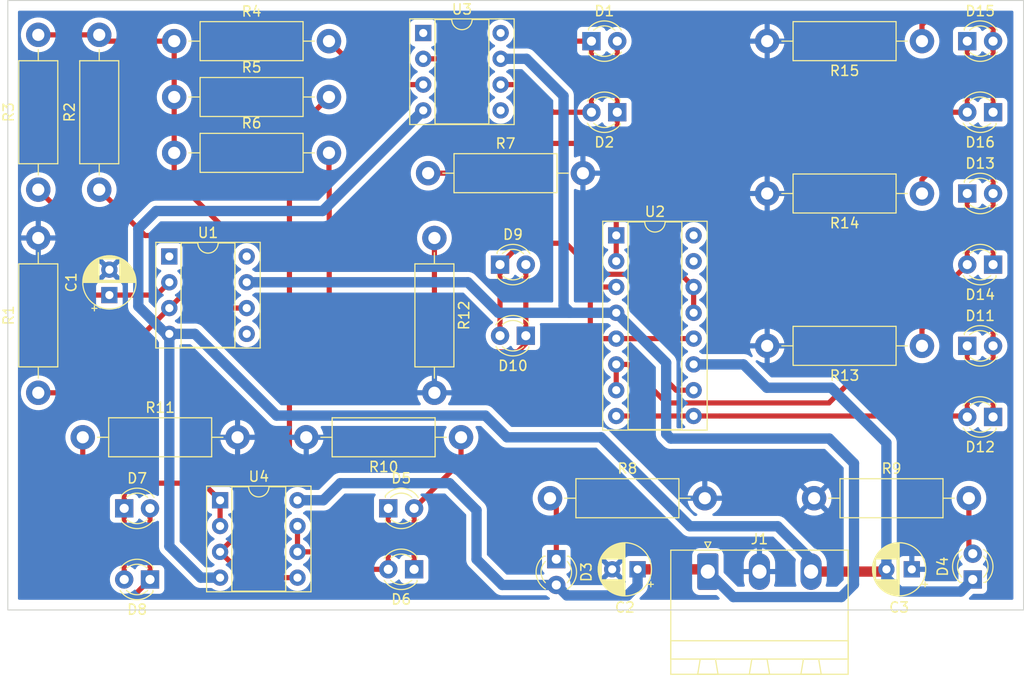
<source format=kicad_pcb>
(kicad_pcb (version 20211014) (generator pcbnew)
  (layers (0 "F.Cu" signal) (31 "B.Cu" signal) (34 "B.Paste" user) (35 "F.Paste" user) (36 "B.SilkS" user "B.Silkscreen") (37 "F.SilkS" user "F.Silkscreen") (38 "B.Mask" user) (39 "F.Mask" user) (44 "Edge.Cuts" user))
  (net 0 "")
  (net 1 "Net-(C1-Pad1)")
  (net 2 "GND")
  (net 3 "/5V_P")
  (net 4 "/5V_N")
  (net 5 "Net-(D1-Pad1)")
  (net 6 "Net-(D1-Pad2)")
  (net 7 "Net-(D3-Pad1)")
  (net 8 "Net-(D4-Pad2)")
  (net 9 "Net-(D5-Pad1)")
  (net 10 "Net-(D5-Pad2)")
  (net 11 "Net-(D7-Pad1)")
  (net 12 "Net-(D7-Pad2)")
  (net 13 "Net-(D10-Pad2)")
  (net 14 "Net-(D10-Pad1)")
  (net 15 "Net-(D11-Pad1)")
  (net 16 "Net-(D11-Pad2)")
  (net 17 "Net-(D13-Pad1)")
  (net 18 "Net-(D13-Pad2)")
  (net 19 "Net-(D15-Pad1)")
  (net 20 "Net-(D15-Pad2)")
  (net 21 "Net-(R1-Pad1)")
  (net 22 "Net-(R2-Pad2)")
  (net 23 "/DRV1")
  (net 24 "/DRV2")
  (net 25 "/DRV3")
  (footprint "Resistor_THT:R_Axial_DIN0411_L9.9mm_D3.6mm_P15.24mm_Horizontal" (layer "F.Cu") (at -98 -54.62 -90)
    (fp_text reference "R12" (at 7.62 -2.92 90) (layer "F.SilkS"))
    (fp_text value "3K3")
    (pad "1" thru_hole circle (at 0 0 270) (size 2.4 2.4) (drill 1.2) (layers *.Cu *.Mask) (net 14 "Net-(D10-Pad1)"))
    (pad "2" thru_hole oval (at 15.24 0 270) (size 2.4 2.4) (drill 1.2) (layers *.Cu *.Mask) (net 2 "GND"))
  )
  (footprint "Resistor_THT:R_Axial_DIN0411_L9.9mm_D3.6mm_P15.24mm_Horizontal" (layer "F.Cu") (at -132.62 -35)
    (fp_text reference "R11" (at 7.62 -2.92) (layer "F.SilkS"))
    (fp_text value "3K3")
    (pad "1" thru_hole circle (at 0 0) (size 2.4 2.4) (drill 1.2) (layers *.Cu *.Mask) (net 12 "Net-(D7-Pad2)"))
    (pad "2" thru_hole oval (at 15.24 0) (size 2.4 2.4) (drill 1.2) (layers *.Cu *.Mask) (net 2 "GND"))
  )
  (footprint "Capacitor_THT:CP_Radial_D5.0mm_P2.50mm" (layer "F.Cu") (at -51 -22 180)
    (fp_text reference "C3" (at 1.25 -3.75) (layer "F.SilkS"))
    (fp_text value "100n")
    (pad "1" thru_hole rect (at 0 0 180) (size 1.6 1.6) (drill 0.8) (layers *.Cu *.Mask) (net 2 "GND"))
    (pad "2" thru_hole circle (at 2.5 0 180) (size 1.6 1.6) (drill 0.8) (layers *.Cu *.Mask) (net 4 "/5V_N"))
  )
  (footprint "LED_THT:LED_D3.0mm" (layer "F.Cu") (at -43 -52 180)
    (fp_text reference "D14" (at 1.27 -2.96) (layer "F.SilkS"))
    (fp_text value "3mmY")
    (pad "1" thru_hole rect (at 0 0 180) (size 1.8 1.8) (drill 0.9) (layers *.Cu *.Mask) (net 18 "Net-(D13-Pad2)"))
    (pad "2" thru_hole circle (at 2.54 0 180) (size 1.8 1.8) (drill 0.9) (layers *.Cu *.Mask) (net 17 "Net-(D13-Pad1)"))
  )
  (footprint "LED_THT:LED_D3.0mm" (layer "F.Cu") (at -128.54 -28)
    (fp_text reference "D7" (at 1.27 -2.96) (layer "F.SilkS"))
    (fp_text value "3mmR")
    (pad "1" thru_hole rect (at 0 0) (size 1.8 1.8) (drill 0.9) (layers *.Cu *.Mask) (net 11 "Net-(D7-Pad1)"))
    (pad "2" thru_hole circle (at 2.54 0) (size 1.8 1.8) (drill 0.9) (layers *.Cu *.Mask) (net 12 "Net-(D7-Pad2)"))
  )
  (footprint "Resistor_THT:R_Axial_DIN0411_L9.9mm_D3.6mm_P15.24mm_Horizontal" (layer "F.Cu") (at -123.62 -68.5)
    (fp_text reference "R5" (at 7.62 -2.92) (layer "F.SilkS"))
    (fp_text value "10K")
    (pad "1" thru_hole circle (at 0 0) (size 2.4 2.4) (drill 1.2) (layers *.Cu *.Mask) (net 22 "Net-(R2-Pad2)"))
    (pad "2" thru_hole oval (at 15.24 0) (size 2.4 2.4) (drill 1.2) (layers *.Cu *.Mask) (net 24 "/DRV2"))
  )
  (footprint "Resistor_THT:R_Axial_DIN0411_L9.9mm_D3.6mm_P15.24mm_Horizontal" (layer "F.Cu") (at -137 -39.38 90)
    (fp_text reference "R1" (at 7.62 -2.92 90) (layer "F.SilkS"))
    (fp_text value "3K3")
    (pad "1" thru_hole circle (at 0 0 90) (size 2.4 2.4) (drill 1.2) (layers *.Cu *.Mask) (net 21 "Net-(R1-Pad1)"))
    (pad "2" thru_hole oval (at 15.24 0 90) (size 2.4 2.4) (drill 1.2) (layers *.Cu *.Mask) (net 2 "GND"))
  )
  (footprint "LED_THT:LED_D3.0mm" (layer "F.Cu") (at -43 -37 180)
    (fp_text reference "D12" (at 1.27 -2.96) (layer "F.SilkS"))
    (fp_text value "3mmY")
    (pad "1" thru_hole rect (at 0 0 180) (size 1.8 1.8) (drill 0.9) (layers *.Cu *.Mask) (net 16 "Net-(D11-Pad2)"))
    (pad "2" thru_hole circle (at 2.54 0 180) (size 1.8 1.8) (drill 0.9) (layers *.Cu *.Mask) (net 15 "Net-(D11-Pad1)"))
  )
  (footprint "LED_THT:LED_D3.0mm" (layer "F.Cu") (at -43 -67 180)
    (fp_text reference "D16" (at 1.27 -2.96) (layer "F.SilkS"))
    (fp_text value "3mmY")
    (pad "1" thru_hole rect (at 0 0 180) (size 1.8 1.8) (drill 0.9) (layers *.Cu *.Mask) (net 20 "Net-(D15-Pad2)"))
    (pad "2" thru_hole circle (at 2.54 0 180) (size 1.8 1.8) (drill 0.9) (layers *.Cu *.Mask) (net 19 "Net-(D15-Pad1)"))
  )
  (footprint "Package_DIP:DIP-16_W7.62mm_Socket" (layer "F.Cu") (at -80.1 -54.875)
    (fp_text reference "U2" (at 3.81 -2.33) (layer "F.SilkS"))
    (fp_text value "TL074")
    (pad "1" thru_hole rect (at 0 0) (size 1.6 1.6) (drill 0.8) (layers *.Cu *.Mask) (net 19 "Net-(D15-Pad1)"))
    (pad "2" thru_hole oval (at 0 2.54) (size 1.6 1.6) (drill 0.8) (layers *.Cu *.Mask) (net 19 "Net-(D15-Pad1)"))
    (pad "3" thru_hole oval (at 0 5.08) (size 1.6 1.6) (drill 0.8) (layers *.Cu *.Mask) (net 25 "/DRV3"))
    (pad "4" thru_hole oval (at 0 7.62) (size 1.6 1.6) (drill 0.8) (layers *.Cu *.Mask) (net 3 "/5V_P"))
    (pad "5" thru_hole oval (at 0 10.16) (size 1.6 1.6) (drill 0.8) (layers *.Cu *.Mask) (net 25 "/DRV3"))
    (pad "6" thru_hole oval (at 0 12.7) (size 1.6 1.6) (drill 0.8) (layers *.Cu *.Mask) (net 17 "Net-(D13-Pad1)"))
    (pad "7" thru_hole oval (at 0 15.24) (size 1.6 1.6) (drill 0.8) (layers *.Cu *.Mask) (net 17 "Net-(D13-Pad1)"))
    (pad "8" thru_hole oval (at 0 17.78) (size 1.6 1.6) (drill 0.8) (layers *.Cu *.Mask) (net 15 "Net-(D11-Pad1)"))
    (pad "9" thru_hole oval (at 7.62 17.78) (size 1.6 1.6) (drill 0.8) (layers *.Cu *.Mask) (net 15 "Net-(D11-Pad1)"))
    (pad "10" thru_hole oval (at 7.62 15.24) (size 1.6 1.6) (drill 0.8) (layers *.Cu *.Mask) (net 25 "/DRV3"))
    (pad "11" thru_hole oval (at 7.62 12.7) (size 1.6 1.6) (drill 0.8) (layers *.Cu *.Mask) (net 4 "/5V_N"))
    (pad "12" thru_hole oval (at 7.62 10.16) (size 1.6 1.6) (drill 0.8) (layers *.Cu *.Mask) (net 25 "/DRV3"))
    (pad "13" thru_hole oval (at 7.62 7.62) (size 1.6 1.6) (drill 0.8) (layers *.Cu *.Mask) (net 13 "Net-(D10-Pad2)"))
    (pad "14" thru_hole oval (at 7.62 5.08) (size 1.6 1.6) (drill 0.8) (layers *.Cu *.Mask) (net 13 "Net-(D10-Pad2)"))
    (pad "15" thru_hole oval (at 7.62 2.54) (size 1.6 1.6) (drill 0.8) (layers *.Cu *.Mask))
    (pad "16" thru_hole oval (at 7.62 0) (size 1.6 1.6) (drill 0.8) (layers *.Cu *.Mask))
  )
  (footprint "Resistor_THT:R_Axial_DIN0411_L9.9mm_D3.6mm_P15.24mm_Horizontal" (layer "F.Cu") (at -60.62 -29)
    (fp_text reference "R9" (at 7.62 -2.92) (layer "F.SilkS"))
    (fp_text value "3K9")
    (pad "1" thru_hole circle (at 0 0) (size 2.4 2.4) (drill 1.2) (layers *.Cu *.Mask) (net 2 "GND"))
    (pad "2" thru_hole oval (at 15.24 0) (size 2.4 2.4) (drill 1.2) (layers *.Cu *.Mask) (net 8 "Net-(D4-Pad2)"))
  )
  (footprint "LED_THT:LED_D3.0mm" (layer "F.Cu") (at -45.54 -74)
    (fp_text reference "D15" (at 1.27 -2.96) (layer "F.SilkS"))
    (fp_text value "3mmR")
    (pad "1" thru_hole rect (at 0 0) (size 1.8 1.8) (drill 0.9) (layers *.Cu *.Mask) (net 19 "Net-(D15-Pad1)"))
    (pad "2" thru_hole circle (at 2.54 0) (size 1.8 1.8) (drill 0.9) (layers *.Cu *.Mask) (net 20 "Net-(D15-Pad2)"))
  )
  (footprint "Package_DIP:DIP-8_W7.62mm_Socket" (layer "F.Cu") (at -124.1 -52.8)
    (fp_text reference "U1" (at 3.81 -2.33) (layer "F.SilkS"))
    (fp_text value "LF356")
    (pad "1" thru_hole rect (at 0 0) (size 1.6 1.6) (drill 0.8) (layers *.Cu *.Mask))
    (pad "2" thru_hole oval (at 0 2.54) (size 1.6 1.6) (drill 0.8) (layers *.Cu *.Mask) (net 1 "Net-(C1-Pad1)"))
    (pad "3" thru_hole oval (at 0 5.08) (size 1.6 1.6) (drill 0.8) (layers *.Cu *.Mask) (net 21 "Net-(R1-Pad1)"))
    (pad "4" thru_hole oval (at 0 7.62) (size 1.6 1.6) (drill 0.8) (layers *.Cu *.Mask) (net 4 "/5V_N"))
    (pad "5" thru_hole oval (at 7.62 7.62) (size 1.6 1.6) (drill 0.8) (layers *.Cu *.Mask))
    (pad "6" thru_hole oval (at 7.62 5.08) (size 1.6 1.6) (drill 0.8) (layers *.Cu *.Mask) (net 22 "Net-(R2-Pad2)"))
    (pad "7" thru_hole oval (at 7.62 2.54) (size 1.6 1.6) (drill 0.8) (layers *.Cu *.Mask) (net 3 "/5V_P"))
    (pad "8" thru_hole oval (at 7.62 0) (size 1.6 1.6) (drill 0.8) (layers *.Cu *.Mask))
  )
  (footprint "Resistor_THT:R_Axial_DIN0411_L9.9mm_D3.6mm_P15.24mm_Horizontal" (layer "F.Cu") (at -137 -59.38 90)
    (fp_text reference "R3" (at 7.62 -2.92 90) (layer "F.SilkS"))
    (fp_text value "100K")
    (pad "1" thru_hole circle (at 0 0 90) (size 2.4 2.4) (drill 1.2) (layers *.Cu *.Mask) (net 1 "Net-(C1-Pad1)"))
    (pad "2" thru_hole oval (at 15.24 0 90) (size 2.4 2.4) (drill 1.2) (layers *.Cu *.Mask) (net 22 "Net-(R2-Pad2)"))
  )
  (footprint "Resistor_THT:R_Axial_DIN0411_L9.9mm_D3.6mm_P15.24mm_Horizontal" (layer "F.Cu") (at -50 -74 180)
    (fp_text reference "R15" (at 7.62 -2.92) (layer "F.SilkS"))
    (fp_text value "3K3")
    (pad "1" thru_hole circle (at 0 0 180) (size 2.4 2.4) (drill 1.2) (layers *.Cu *.Mask) (net 20 "Net-(D15-Pad2)"))
    (pad "2" thru_hole oval (at 15.24 0 180) (size 2.4 2.4) (drill 1.2) (layers *.Cu *.Mask) (net 2 "GND"))
  )
  (footprint "Resistor_THT:R_Axial_DIN0411_L9.9mm_D3.6mm_P15.24mm_Horizontal" (layer "F.Cu") (at -86.62 -29)
    (fp_text reference "R8" (at 7.62 -2.92) (layer "F.SilkS"))
    (fp_text value "3K9")
    (pad "1" thru_hole circle (at 0 0) (size 2.4 2.4) (drill 1.2) (layers *.Cu *.Mask) (net 7 "Net-(D3-Pad1)"))
    (pad "2" thru_hole oval (at 15.24 0) (size 2.4 2.4) (drill 1.2) (layers *.Cu *.Mask) (net 2 "GND"))
  )
  (footprint "LED_THT:LED_D3.0mm" (layer "F.Cu") (at -100 -22 180)
    (fp_text reference "D6" (at 1.27 -2.96) (layer "F.SilkS"))
    (fp_text value "3mmY")
    (pad "1" thru_hole rect (at 0 0 180) (size 1.8 1.8) (drill 0.9) (layers *.Cu *.Mask) (net 10 "Net-(D5-Pad2)"))
    (pad "2" thru_hole circle (at 2.54 0 180) (size 1.8 1.8) (drill 0.9) (layers *.Cu *.Mask) (net 9 "Net-(D5-Pad1)"))
  )
  (footprint "Resistor_THT:R_Axial_DIN0411_L9.9mm_D3.6mm_P15.24mm_Horizontal" (layer "F.Cu") (at -131 -59.38 90)
    (fp_text reference "R2" (at 7.62 -2.92 90) (layer "F.SilkS"))
    (fp_text value "10K")
    (pad "1" thru_hole circle (at 0 0 90) (size 2.4 2.4) (drill 1.2) (layers *.Cu *.Mask) (net 21 "Net-(R1-Pad1)"))
    (pad "2" thru_hole oval (at 15.24 0 90) (size 2.4 2.4) (drill 1.2) (layers *.Cu *.Mask) (net 22 "Net-(R2-Pad2)"))
  )
  (footprint "Resistor_THT:R_Axial_DIN0411_L9.9mm_D3.6mm_P15.24mm_Horizontal" (layer "F.Cu") (at -50 -44 180)
    (fp_text reference "R13" (at 7.62 -2.92) (layer "F.SilkS"))
    (fp_text value "3K3")
    (pad "1" thru_hole circle (at 0 0 180) (size 2.4 2.4) (drill 1.2) (layers *.Cu *.Mask) (net 16 "Net-(D11-Pad2)"))
    (pad "2" thru_hole oval (at 15.24 0 180) (size 2.4 2.4) (drill 1.2) (layers *.Cu *.Mask) (net 2 "GND"))
  )
  (footprint "Resistor_THT:R_Axial_DIN0411_L9.9mm_D3.6mm_P15.24mm_Horizontal" (layer "F.Cu") (at -123.62 -63)
    (fp_text reference "R6" (at 7.62 -2.92) (layer "F.SilkS"))
    (fp_text value "10K")
    (pad "1" thru_hole circle (at 0 0) (size 2.4 2.4) (drill 1.2) (layers *.Cu *.Mask) (net 22 "Net-(R2-Pad2)"))
    (pad "2" thru_hole oval (at 15.24 0) (size 2.4 2.4) (drill 1.2) (layers *.Cu *.Mask) (net 25 "/DRV3"))
  )
  (footprint "Capacitor_THT:CP_Radial_D5.0mm_P2.50mm" (layer "F.Cu") (at -78 -22 180)
    (fp_text reference "C2" (at 1.25 -3.75) (layer "F.SilkS"))
    (fp_text value "100n")
    (pad "1" thru_hole rect (at 0 0 180) (size 1.6 1.6) (drill 0.8) (layers *.Cu *.Mask) (net 3 "/5V_P"))
    (pad "2" thru_hole circle (at 2.5 0 180) (size 1.6 1.6) (drill 0.8) (layers *.Cu *.Mask) (net 2 "GND"))
  )
  (footprint "LED_THT:LED_D3.0mm" (layer "F.Cu") (at -45.54 -44)
    (fp_text reference "D11" (at 1.27 -2.96) (layer "F.SilkS"))
    (fp_text value "3mmR")
    (pad "1" thru_hole rect (at 0 0) (size 1.8 1.8) (drill 0.9) (layers *.Cu *.Mask) (net 15 "Net-(D11-Pad1)"))
    (pad "2" thru_hole circle (at 2.54 0) (size 1.8 1.8) (drill 0.9) (layers *.Cu *.Mask) (net 16 "Net-(D11-Pad2)"))
  )
  (footprint "LED_THT:LED_D3.0mm" (layer "F.Cu") (at -45 -21 90)
    (fp_text reference "D4" (at 1.27 -2.96 90) (layer "F.SilkS"))
    (fp_text value "3mmR")
    (pad "1" thru_hole rect (at 0 0 90) (size 1.8 1.8) (drill 0.9) (layers *.Cu *.Mask) (net 4 "/5V_N"))
    (pad "2" thru_hole circle (at 2.54 0 90) (size 1.8 1.8) (drill 0.9) (layers *.Cu *.Mask) (net 8 "Net-(D4-Pad2)"))
  )
  (footprint "LED_THT:LED_D3.0mm" (layer "F.Cu") (at -89 -45 180)
    (fp_text reference "D10" (at 1.27 -2.96) (layer "F.SilkS"))
    (fp_text value "3mmY")
    (pad "1" thru_hole rect (at 0 0 180) (size 1.8 1.8) (drill 0.9) (layers *.Cu *.Mask) (net 14 "Net-(D10-Pad1)"))
    (pad "2" thru_hole circle (at 2.54 0 180) (size 1.8 1.8) (drill 0.9) (layers *.Cu *.Mask) (net 13 "Net-(D10-Pad2)"))
  )
  (footprint "Package_DIP:DIP-8_W7.62mm_Socket" (layer "F.Cu") (at -119.1 -28.8)
    (fp_text reference "U4" (at 3.81 -2.33) (layer "F.SilkS"))
    (fp_text value "TL072")
    (pad "1" thru_hole rect (at 0 0) (size 1.6 1.6) (drill 0.8) (layers *.Cu *.Mask) (net 11 "Net-(D7-Pad1)"))
    (pad "2" thru_hole oval (at 0 2.54) (size 1.6 1.6) (drill 0.8) (layers *.Cu *.Mask) (net 11 "Net-(D7-Pad1)"))
    (pad "3" thru_hole oval (at 0 5.08) (size 1.6 1.6) (drill 0.8) (layers *.Cu *.Mask) (net 24 "/DRV2"))
    (pad "4" thru_hole oval (at 0 7.62) (size 1.6 1.6) (drill 0.8) (layers *.Cu *.Mask) (net 4 "/5V_N"))
    (pad "5" thru_hole oval (at 7.62 7.62) (size 1.6 1.6) (drill 0.8) (layers *.Cu *.Mask) (net 24 "/DRV2"))
    (pad "6" thru_hole oval (at 7.62 5.08) (size 1.6 1.6) (drill 0.8) (layers *.Cu *.Mask) (net 9 "Net-(D5-Pad1)"))
    (pad "7" thru_hole oval (at 7.62 2.54) (size 1.6 1.6) (drill 0.8) (layers *.Cu *.Mask) (net 9 "Net-(D5-Pad1)"))
    (pad "8" thru_hole oval (at 7.62 0) (size 1.6 1.6) (drill 0.8) (layers *.Cu *.Mask) (net 3 "/5V_P"))
  )
  (footprint "LED_THT:LED_D3.0mm" (layer "F.Cu") (at -102.54 -28)
    (fp_text reference "D5" (at 1.27 -2.96) (layer "F.SilkS"))
    (fp_text value "3mmR")
    (pad "1" thru_hole rect (at 0 0) (size 1.8 1.8) (drill 0.9) (layers *.Cu *.Mask) (net 9 "Net-(D5-Pad1)"))
    (pad "2" thru_hole circle (at 2.54 0) (size 1.8 1.8) (drill 0.9) (layers *.Cu *.Mask) (net 10 "Net-(D5-Pad2)"))
  )
  (footprint "Capacitor_THT:CP_Radial_D5.0mm_P2.50mm" (layer "F.Cu") (at -130 -49 90)
    (fp_text reference "C1" (at 1.25 -3.75 90) (layer "F.SilkS"))
    (fp_text value "10u")
    (pad "1" thru_hole rect (at 0 0 90) (size 1.6 1.6) (drill 0.8) (layers *.Cu *.Mask) (net 1 "Net-(C1-Pad1)"))
    (pad "2" thru_hole circle (at 2.5 0 90) (size 1.6 1.6) (drill 0.8) (layers *.Cu *.Mask) (net 2 "GND"))
  )
  (footprint "Resistor_THT:R_Axial_DIN0411_L9.9mm_D3.6mm_P15.24mm_Horizontal" (layer "F.Cu") (at -95.38 -35 180)
    (fp_text reference "R10" (at 7.62 -2.92) (layer "F.SilkS"))
    (fp_text value "3K3")
    (pad "1" thru_hole circle (at 0 0 180) (size 2.4 2.4) (drill 1.2) (layers *.Cu *.Mask) (net 10 "Net-(D5-Pad2)"))
    (pad "2" thru_hole oval (at 15.24 0 180) (size 2.4 2.4) (drill 1.2) (layers *.Cu *.Mask) (net 2 "GND"))
  )
  (footprint "LED_THT:LED_D3.0mm" (layer "F.Cu") (at -126 -21 180)
    (fp_text reference "D8" (at 1.27 -2.96) (layer "F.SilkS"))
    (fp_text value "3mmY")
    (pad "1" thru_hole rect (at 0 0 180) (size 1.8 1.8) (drill 0.9) (layers *.Cu *.Mask) (net 12 "Net-(D7-Pad2)"))
    (pad "2" thru_hole circle (at 2.54 0 180) (size 1.8 1.8) (drill 0.9) (layers *.Cu *.Mask) (net 11 "Net-(D7-Pad1)"))
  )
  (footprint "LED_THT:LED_D3.0mm" (layer "F.Cu") (at -91.54 -52)
    (fp_text reference "D9" (at 1.27 -2.96) (layer "F.SilkS"))
    (fp_text value "3mmR")
    (pad "1" thru_hole rect (at 0 0) (size 1.8 1.8) (drill 0.9) (layers *.Cu *.Mask) (net 13 "Net-(D10-Pad2)"))
    (pad "2" thru_hole circle (at 2.54 0) (size 1.8 1.8) (drill 0.9) (layers *.Cu *.Mask) (net 14 "Net-(D10-Pad1)"))
  )
  (footprint "LED_THT:LED_D3.0mm" (layer "F.Cu") (at -86 -23 -90)
    (fp_text reference "D3" (at 1.27 -2.96 90) (layer "F.SilkS"))
    (fp_text value "3mmY")
    (pad "1" thru_hole rect (at 0 0 270) (size 1.8 1.8) (drill 0.9) (layers *.Cu *.Mask) (net 7 "Net-(D3-Pad1)"))
    (pad "2" thru_hole circle (at 2.54 0 270) (size 1.8 1.8) (drill 0.9) (layers *.Cu *.Mask) (net 3 "/5V_P"))
  )
  (footprint "LED_THT:LED_D3.0mm" (layer "F.Cu") (at -45.54 -59)
    (fp_text reference "D13" (at 1.27 -2.96) (layer "F.SilkS"))
    (fp_text value "3mmR")
    (pad "1" thru_hole rect (at 0 0) (size 1.8 1.8) (drill 0.9) (layers *.Cu *.Mask) (net 17 "Net-(D13-Pad1)"))
    (pad "2" thru_hole circle (at 2.54 0) (size 1.8 1.8) (drill 0.9) (layers *.Cu *.Mask) (net 18 "Net-(D13-Pad2)"))
  )
  (footprint "Resistor_THT:R_Axial_DIN0411_L9.9mm_D3.6mm_P15.24mm_Horizontal" (layer "F.Cu") (at -50 -59 180)
    (fp_text reference "R14" (at 7.62 -2.92) (layer "F.SilkS"))
    (fp_text value "3K3")
    (pad "1" thru_hole circle (at 0 0 180) (size 2.4 2.4) (drill 1.2) (layers *.Cu *.Mask) (net 18 "Net-(D13-Pad2)"))
    (pad "2" thru_hole oval (at 15.24 0 180) (size 2.4 2.4) (drill 1.2) (layers *.Cu *.Mask) (net 2 "GND"))
  )
  (footprint "LED_THT:LED_D3.0mm" (layer "F.Cu") (at -80 -67 180)
    (fp_text reference "D2" (at 1.27 -2.96) (layer "F.SilkS"))
    (fp_text value "3mmY")
    (pad "1" thru_hole rect (at 0 0 180) (size 1.8 1.8) (drill 0.9) (layers *.Cu *.Mask) (net 6 "Net-(D1-Pad2)"))
    (pad "2" thru_hole circle (at 2.54 0 180) (size 1.8 1.8) (drill 0.9) (layers *.Cu *.Mask) (net 5 "Net-(D1-Pad1)"))
  )
  (footprint "Resistor_THT:R_Axial_DIN0411_L9.9mm_D3.6mm_P15.24mm_Horizontal" (layer "F.Cu") (at -123.62 -74)
    (fp_text reference "R4" (at 7.62 -2.92) (layer "F.SilkS"))
    (fp_text value "10K")
    (pad "1" thru_hole circle (at 0 0) (size 2.4 2.4) (drill 1.2) (layers *.Cu *.Mask) (net 22 "Net-(R2-Pad2)"))
    (pad "2" thru_hole oval (at 15.24 0) (size 2.4 2.4) (drill 1.2) (layers *.Cu *.Mask) (net 23 "/DRV1"))
  )
  (footprint "Package_DIP:DIP-8_W7.62mm_Socket" (layer "F.Cu") (at -99.1 -74.8)
    (fp_text reference "U3" (at 3.81 -2.33) (layer "F.SilkS"))
    (fp_text value "TL071")
    (pad "1" thru_hole rect (at 0 0) (size 1.6 1.6) (drill 0.8) (layers *.Cu *.Mask))
    (pad "2" thru_hole oval (at 0 2.54) (size 1.6 1.6) (drill 0.8) (layers *.Cu *.Mask) (net 5 "Net-(D1-Pad1)"))
    (pad "3" thru_hole oval (at 0 5.08) (size 1.6 1.6) (drill 0.8) (layers *.Cu *.Mask) (net 23 "/DRV1"))
    (pad "4" thru_hole oval (at 0 7.62) (size 1.6 1.6) (drill 0.8) (layers *.Cu *.Mask) (net 4 "/5V_N"))
    (pad "5" thru_hole oval (at 7.62 7.62) (size 1.6 1.6) (drill 0.8) (layers *.Cu *.Mask))
    (pad "6" thru_hole oval (at 7.62 5.08) (size 1.6 1.6) (drill 0.8) (layers *.Cu *.Mask) (net 5 "Net-(D1-Pad1)"))
    (pad "7" thru_hole oval (at 7.62 2.54) (size 1.6 1.6) (drill 0.8) (layers *.Cu *.Mask) (net 3 "/5V_P"))
    (pad "8" thru_hole oval (at 7.62 0) (size 1.6 1.6) (drill 0.8) (layers *.Cu *.Mask))
  )
  (footprint "Connector_Phoenix_MSTB:PhoenixContact_MSTBA_2,5_3-G-5,08_1x03_P5.08mm_Horizontal" (layer "F.Cu") (at -71.08 -21.7775)
    (fp_text reference "J1" (at 5.08 -3.2) (layer "F.SilkS"))
    (fp_text value "Conn_01x03_Male")
    (pad "1" thru_hole roundrect (at 0 0) (size 2.08 3.6) (drill 1.4) (layers *.Cu *.Mask) (roundrect_rratio 0.120192) (net 3 "/5V_P"))
    (pad "2" thru_hole oval (at 5.08 0) (size 2.08 3.6) (drill 1.4) (layers *.Cu *.Mask) (net 2 "GND"))
    (pad "3" thru_hole oval (at 10.16 0) (size 2.08 3.6) (drill 1.4) (layers *.Cu *.Mask) (net 4 "/5V_N"))
  )
  (footprint "Resistor_THT:R_Axial_DIN0411_L9.9mm_D3.6mm_P15.24mm_Horizontal" (layer "F.Cu") (at -98.62 -61)
    (fp_text reference "R7" (at 7.62 -2.92) (layer "F.SilkS"))
    (fp_text value "3K3")
    (pad "1" thru_hole circle (at 0 0) (size 2.4 2.4) (drill 1.2) (layers *.Cu *.Mask) (net 6 "Net-(D1-Pad2)"))
    (pad "2" thru_hole oval (at 15.24 0) (size 2.4 2.4) (drill 1.2) (layers *.Cu *.Mask) (net 2 "GND"))
  )
  (footprint "LED_THT:LED_D3.0mm" (layer "F.Cu") (at -82.54 -74)
    (fp_text reference "D1" (at 1.27 -2.96) (layer "F.SilkS"))
    (fp_text value "3mmR")
    (pad "1" thru_hole rect (at 0 0) (size 1.8 1.8) (drill 0.9) (layers *.Cu *.Mask) (net 5 "Net-(D1-Pad1)"))
    (pad "2" thru_hole circle (at 2.54 0) (size 1.8 1.8) (drill 0.9) (layers *.Cu *.Mask) (net 6 "Net-(D1-Pad2)"))
  )
  (gr_rect (start -140 -18) (end -40 -78) (layer "Edge.Cuts") (width 0.1) (fill none))
  (segment (start -133.731 -56.111) (end -133.731 -50.292) (width 0.508) (layer "F.Cu") (net 1))
  (segment (start -137 -59.38) (end -133.731 -56.111) (width 0.508) (layer "F.Cu") (net 1))
  (segment (start -133.731 -50.292) (end -132.439 -49) (width 0.508) (layer "F.Cu") (net 1))
  (segment (start -125.36 -49) (end -124.1 -50.26) (width 0.508) (layer "F.Cu") (net 1))
  (segment (start -130 -49) (end -125.36 -49) (width 0.508) (layer "F.Cu") (net 1))
  (segment (start -132.439 -49) (end -130 -49) (width 0.508) (layer "F.Cu") (net 1))
  (segment (start -71.3025 -22) (end -71.08 -21.7775) (width 1.016) (layer "F.Cu") (net 3))
  (segment (start -78 -22) (end -71.3025 -22) (width 1.016) (layer "F.Cu") (net 3))
  (segment (start -78 -20.425) (end -78 -22) (width 1.016) (layer "B.Cu") (net 3))
  (segment (start -94.71 -50.26) (end -116.48 -50.26) (width 1.016) (layer "B.Cu") (net 3))
  (segment (start -56.6928 -20.5232) (end -57.94602 -19.26998) (width 1.016) (layer "B.Cu") (net 3))
  (segment (start -88.94 -72.26) (end -85.287511 -68.607511) (width 1.016) (layer "B.Cu") (net 3))
  (segment (start -68.57248 -19.26998) (end -71.08 -21.7775) (width 1.016) (layer "B.Cu") (net 3))
  (segment (start -91.705 -47.255) (end -94.71 -50.26) (width 1.016) (layer "B.Cu") (net 3))
  (segment (start -108.94 -28.8) (end -107.26 -30.48) (width 1.016) (layer "B.Cu") (net 3))
  (segment (start -107.26 -30.48) (end -96.52 -30.48) (width 1.016) (layer "B.Cu") (net 3))
  (segment (start -56.6928 -32.4358) (end -56.6928 -20.5232) (width 1.016) (layer "B.Cu") (net 3))
  (segment (start -80.1 -47.255) (end -75.184 -42.339) (width 1.016) (layer "B.Cu") (net 3))
  (segment (start -93.853 -22.987) (end -91.326 -20.46) (width 1.016) (layer "B.Cu") (net 3))
  (segment (start -86 -20.46) (end -85.992 -20.46) (width 1.016) (layer "B.Cu") (net 3))
  (segment (start -108.94 -28.8) (end -111.48 -28.8) (width 1.016) (layer "B.Cu") (net 3))
  (segment (start -75.184 -42.339) (end -75.184 -35.3314) (width 1.016) (layer "B.Cu") (net 3))
  (segment (start -84.963 -19.431) (end -78.994 -19.431) (width 1.016) (layer "B.Cu") (net 3))
  (segment (start -75.184 -35.3314) (end -74.7268 -34.8742) (width 1.016) (layer "B.Cu") (net 3))
  (segment (start -74.7268 -34.8742) (end -59.1312 -34.8742) (width 1.016) (layer "B.Cu") (net 3))
  (segment (start -78.994 -19.431) (end -78 -20.425) (width 1.016) (layer "B.Cu") (net 3))
  (segment (start -59.1312 -34.8742) (end -56.6928 -32.4358) (width 1.016) (layer "B.Cu") (net 3))
  (segment (start -85.287511 -68.607511) (end -85.287511 -47.949511) (width 1.016) (layer "B.Cu") (net 3))
  (segment (start -85.287511 -47.949511) (end -84.72 -47.382) (width 1.016) (layer "B.Cu") (net 3))
  (segment (start -88.94 -72.26) (end -91.48 -72.26) (width 1.016) (layer "B.Cu") (net 3))
  (segment (start -84.72 -47.255) (end -80.1 -47.255) (width 1.016) (layer "B.Cu") (net 3))
  (segment (start -91.326 -20.46) (end -86 -20.46) (width 1.016) (layer "B.Cu") (net 3))
  (segment (start -84.72 -47.255) (end -91.705 -47.255) (width 1.016) (layer "B.Cu") (net 3))
  (segment (start -96.52 -30.48) (end -93.853 -27.813) (width 1.016) (layer "B.Cu") (net 3))
  (segment (start -84.72 -47.382) (end -84.72 -47.255) (width 1.016) (layer "B.Cu") (net 3))
  (segment (start -57.94602 -19.26998) (end -68.57248 -19.26998) (width 1.016) (layer "B.Cu") (net 3))
  (segment (start -93.853 -27.813) (end -93.853 -22.987) (width 1.016) (layer "B.Cu") (net 3))
  (segment (start -85.992 -20.46) (end -84.963 -19.431) (width 1.016) (layer "B.Cu") (net 3))
  (segment (start -60.92 -21.7775) (end -53.7225 -21.7775) (width 1.016) (layer "F.Cu") (net 4))
  (segment (start -53.7225 -21.7775) (end -53.5 -22) (width 1.016) (layer "F.Cu") (net 4))
  (segment (start -127.1524 -47.9044) (end -124.428 -45.18) (width 1.016) (layer "B.Cu") (net 4))
  (segment (start -60.92 -21.7775) (end -60.92 -22.947) (width 1.016) (layer "B.Cu") (net 4))
  (segment (start -124.428 -45.18) (end -124.1 -45.18) (width 1.016) (layer "B.Cu") (net 4))
  (segment (start -46.188 -19.812) (end -45 -21) (width 1.016) (layer "B.Cu") (net 4))
  (segment (start -81.607511 -34.998511) (end -90.853111 -34.998511) (width 1.016) (layer "B.Cu") (net 4))
  (segment (start -124.1 -45.18) (end -124.1 -24.278) (width 1.016) (layer "B.Cu") (net 4))
  (segment (start -67.575 -42.175) (end -72.48 -42.175) (width 1.016) (layer "B.Cu") (net 4))
  (segment (start -53.5 -21.115) (end -52.197 -19.812) (width 1.016) (layer "B.Cu") (net 4))
  (segment (start -121.002 -21.18) (end -119.1 -21.18) (width 1.016) (layer "B.Cu") (net 4))
  (segment (start -99.1 -67.18) (end -109.003 -57.277) (width 1.016) (layer "B.Cu") (net 4))
  (segment (start -53.5 -22) (end -53.5 -21.115) (width 1.016) (layer "B.Cu") (net 4))
  (segment (start -121.5832 -45.18) (end -113.538 -37.1348) (width 1.016) (layer "B.Cu") (net 4))
  (segment (start -92.9894 -37.1348) (end -113.538 -37.1348) (width 1.016) (layer "B.Cu") (net 4))
  (segment (start -58.928 -39.878) (end -65.278 -39.878) (width 1.016) (layer "B.Cu") (net 4))
  (segment (start -109.003 -57.277) (end -125.3998 -57.277) (width 1.016) (layer "B.Cu") (net 4))
  (segment (start -124.1 -24.278) (end -121.002 -21.18) (width 1.016) (layer "B.Cu") (net 4))
  (segment (start -53.5 -34.45) (end -58.928 -39.878) (width 1.016) (layer "B.Cu") (net 4))
  (segment (start -127.1524 -55.5244) (end -127.1524 -47.9044) (width 1.016) (layer "B.Cu") (net 4))
  (segment (start -60.92 -22.947) (end -64.2112 -26.2382) (width 1.016) (layer "B.Cu") (net 4))
  (segment (start -124.1 -45.18) (end -121.5832 -45.18) (width 1.016) (layer "B.Cu") (net 4))
  (segment (start -52.197 -19.812) (end -46.188 -19.812) (width 1.016) (layer "B.Cu") (net 4))
  (segment (start -72.8472 -26.2382) (end -81.607511 -34.998511) (width 1.016) (layer "B.Cu") (net 4))
  (segment (start -125.3998 -57.277) (end -127.1524 -55.5244) (width 1.016) (layer "B.Cu") (net 4))
  (segment (start -65.278 -39.878) (end -67.575 -42.175) (width 1.016) (layer "B.Cu") (net 4))
  (segment (start -53.5 -22) (end -53.5 -34.45) (width 1.016) (layer "B.Cu") (net 4))
  (segment (start -64.2112 -26.2382) (end -72.8472 -26.2382) (width 1.016) (layer "B.Cu") (net 4))
  (segment (start -90.853111 -34.998511) (end -92.9894 -37.1348) (width 1.016) (layer "B.Cu") (net 4))
  (segment (start -96.9294 -72.26) (end -92.5576 -76.6318) (width 0.508) (layer "F.Cu") (net 5))
  (segment (start -86.4206 -74) (end -82.54 -74) (width 0.508) (layer "F.Cu") (net 5))
  (segment (start -92.5576 -76.6318) (end -89.0524 -76.6318) (width 0.508) (layer "F.Cu") (net 5))
  (segment (start -91.48 -69.72) (end -89.0494 -69.72) (width 0.508) (layer "F.Cu") (net 5))
  (segment (start -89.0524 -76.6318) (end -86.4206 -74) (width 0.508) (layer "F.Cu") (net 5))
  (segment (start -86.3294 -67) (end -82.54 -67) (width 0.508) (layer "F.Cu") (net 5))
  (segment (start -99.1 -72.26) (end -96.9294 -72.26) (width 0.508) (layer "F.Cu") (net 5))
  (segment (start -82.54 -74) (end -82.54 -67) (width 0.508) (layer "F.Cu") (net 5))
  (segment (start -89.0494 -69.72) (end -86.3294 -67) (width 0.508) (layer "F.Cu") (net 5))
  (segment (start -98.62 -61) (end -89.9268 -61) (width 0.508) (layer "F.Cu") (net 6))
  (segment (start -86.995 -63.9318) (end -80.645 -63.9318) (width 0.508) (layer "F.Cu") (net 6))
  (segment (start -89.9268 -61) (end -86.995 -63.9318) (width 0.508) (layer "F.Cu") (net 6))
  (segment (start -80 -64.5768) (end -80 -67) (width 0.508) (layer "F.Cu") (net 6))
  (segment (start -80.645 -63.9318) (end -80 -64.5768) (width 0.508) (layer "F.Cu") (net 6))
  (segment (start -80 -74) (end -80 -67) (width 0.508) (layer "F.Cu") (net 6))
  (segment (start -86 -23) (end -86 -28.38) (width 0.508) (layer "F.Cu") (net 7))
  (segment (start -86 -28.38) (end -86.62 -29) (width 0.508) (layer "F.Cu") (net 7))
  (segment (start -45.38 -29) (end -45.38 -23.92) (width 0.508) (layer "F.Cu") (net 8))
  (segment (start -45.38 -23.92) (end -45 -23.54) (width 0.508) (layer "F.Cu") (net 8))
  (segment (start -102.54 -22) (end -107.22 -22) (width 0.508) (layer "F.Cu") (net 9))
  (segment (start -102.54 -28) (end -102.54 -22) (width 0.508) (layer "F.Cu") (net 9))
  (segment (start -107.22 -22) (end -108.94 -23.72) (width 0.508) (layer "F.Cu") (net 9))
  (segment (start -111.48 -26.26) (end -111.48 -23.72) (width 0.508) (layer "F.Cu") (net 9))
  (segment (start -111.48 -23.72) (end -108.94 -23.72) (width 0.508) (layer "F.Cu") (net 9))
  (segment (start -95.38 -35) (end -95.38 -32.62) (width 0.508) (layer "F.Cu") (net 10))
  (segment (start -100 -28) (end -100 -22) (width 0.508) (layer "F.Cu") (net 10))
  (segment (start -95.38 -32.62) (end -100 -28) (width 0.508) (layer "F.Cu") (net 10))
  (segment (start -119.1 -28.8) (end -120.78 -30.48) (width 0.508) (layer "F.Cu") (net 11))
  (segment (start -127.508 -30.48) (end -128.54 -29.448) (width 0.508) (layer "F.Cu") (net 11))
  (segment (start -128.54 -28) (end -128.54 -21) (width 0.508) (layer "F.Cu") (net 11))
  (segment (start -119.1 -28.8) (end -119.1 -26.26) (width 0.508) (layer "F.Cu") (net 11))
  (segment (start -128.54 -29.448) (end -128.54 -28) (width 0.508) (layer "F.Cu") (net 11))
  (segment (start -120.78 -30.48) (end -127.508 -30.48) (width 0.508) (layer "F.Cu") (net 11))
  (segment (start -127.696 -19.304) (end -126 -21) (width 0.508) (layer "F.Cu") (net 12))
  (segment (start -126 -28) (end -126 -21) (width 0.508) (layer "F.Cu") (net 12))
  (segment (start -129.667 -19.304) (end -127.696 -19.304) (width 0.508) (layer "F.Cu") (net 12))
  (segment (start -132.62 -35) (end -132.62 -22.257) (width 0.508) (layer "F.Cu") (net 12))
  (segment (start -132.62 -22.257) (end -129.667 -19.304) (width 0.508) (layer "F.Cu") (net 12))
  (segment (start -82.011111 -51.048511) (end -73.733511 -51.048511) (width 0.508) (layer "F.Cu") (net 13))
  (segment (start -72.48 -47.255) (end -72.48 -49.795) (width 0.508) (layer "F.Cu") (net 13))
  (segment (start -89.438 -54.102) (end -85.0646 -54.102) (width 0.508) (layer "F.Cu") (net 13))
  (segment (start -73.733511 -51.048511) (end -72.48 -49.795) (width 0.508) (layer "F.Cu") (net 13))
  (segment (start -91.54 -52) (end -89.438 -54.102) (width 0.508) (layer "F.Cu") (net 13))
  (segment (start -91.54 -52) (end -91.54 -45) (width 0.508) (layer "F.Cu") (net 13))
  (segment (start -85.0646 -54.102) (end -82.011111 -51.048511) (width 0.508) (layer "F.Cu") (net 13))
  (segment (start -94.5642 -43.4086) (end -89.8144 -43.4086) (width 0.508) (layer "F.Cu") (net 14))
  (segment (start -98 -54.62) (end -98 -46.8444) (width 0.508) (layer "F.Cu") (net 14))
  (segment (start -89.8144 -43.4086) (end -89 -44.223) (width 0.508) (layer "F.Cu") (net 14))
  (segment (start -89 -52) (end -89 -45) (width 0.508) (layer "F.Cu") (net 14))
  (segment (start -98 -46.8444) (end -94.5642 -43.4086) (width 0.508) (layer "F.Cu") (net 14))
  (segment (start -89 -44.223) (end -89 -45) (width 0.508) (layer "F.Cu") (net 14))
  (segment (start -80.1 -37.095) (end -69.94 -37.095) (width 0.508) (layer "F.Cu") (net 15))
  (segment (start -45.635 -37.095) (end -45.54 -37) (width 0.508) (layer "F.Cu") (net 15))
  (segment (start -69.94 -37.095) (end -45.635 -37.095) (width 0.508) (layer "F.Cu") (net 15))
  (segment (start -45.54 -44) (end -45.54 -37) (width 0.508) (layer "F.Cu") (net 15))
  (segment (start -43 -44) (end -43 -37) (width 0.508) (layer "F.Cu") (net 16))
  (segment (start -49.0728 -46.609) (end -43.7388 -46.609) (width 0.508) (layer "F.Cu") (net 16))
  (segment (start -43 -45.8702) (end -43 -44) (width 0.508) (layer "F.Cu") (net 16))
  (segment (start -50 -45.6818) (end -49.0728 -46.609) (width 0.508) (layer "F.Cu") (net 16))
  (segment (start -43.7388 -46.609) (end -43 -45.8702) (width 0.508) (layer "F.Cu") (net 16))
  (segment (start -50 -44) (end -50 -45.6818) (width 0.508) (layer "F.Cu") (net 16))
  (segment (start -80.1 -42.175) (end -78.9542 -42.175) (width 0.508) (layer "F.Cu") (net 17))
  (segment (start -80.1 -42.175) (end -80.1 -39.635) (width 0.508) (layer "F.Cu") (net 17))
  (segment (start -78.9542 -42.175) (end -75.160689 -38.381489) (width 0.508) (layer "F.Cu") (net 17))
  (segment (start -45.54 -59) (end -45.54 -52) (width 0.508) (layer "F.Cu") (net 17))
  (segment (start -59.158511 -38.381489) (end -45.54 -52) (width 0.508) (layer "F.Cu") (net 17))
  (segment (start -75.160689 -38.381489) (end -59.158511 -38.381489) (width 0.508) (layer "F.Cu") (net 17))
  (segment (start -50 -59) (end -50 -60.3884) (width 0.508) (layer "F.Cu") (net 18))
  (segment (start -43.7134 -61.4426) (end -43 -60.7292) (width 0.508) (layer "F.Cu") (net 18))
  (segment (start -43 -59) (end -43 -52) (width 0.508) (layer "F.Cu") (net 18))
  (segment (start -43 -60.7292) (end -43 -59) (width 0.508) (layer "F.Cu") (net 18))
  (segment (start -50 -60.3884) (end -48.9458 -61.4426) (width 0.508) (layer "F.Cu") (net 18))
  (segment (start -48.9458 -61.4426) (end -43.7134 -61.4426) (width 0.508) (layer "F.Cu") (net 18))
  (segment (start -45.54 -74) (end -45.54 -67) (width 0.508) (layer "F.Cu") (net 19))
  (segment (start -80.1 -54.875) (end -80.1 -52.335) (width 0.508) (layer "F.Cu") (net 19))
  (segment (start -80.1 -54.875) (end -80.1 -58.965) (width 0.508) (layer "F.Cu") (net 19))
  (segment (start -72.065 -67) (end -45.54 -67) (width 0.508) (layer "F.Cu") (net 19))
  (segment (start -80.1 -58.965) (end -72.065 -67) (width 0.508) (layer "F.Cu") (net 19))
  (segment (start -43 -74) (end -43 -67) (width 0.508) (layer "F.Cu") (net 20))
  (segment (start -44.323 -76.454) (end -49.149 -76.454) (width 0.508) (layer "F.Cu") (net 20))
  (segment (start -49.149 -76.454) (end -50 -75.603) (width 0.508) (layer "F.Cu") (net 20))
  (segment (start -50 -75.603) (end -50 -74) (width 0.508) (layer "F.Cu") (net 20))
  (segment (start -43 -75.131) (end -44.323 -76.454) (width 0.508) (layer "F.Cu") (net 20))
  (segment (start -43 -74) (end -43 -75.131) (width 0.508) (layer "F.Cu") (net 20))
  (segment (start -126.484 -54.864) (end -123.19 -54.864) (width 0.508) (layer "F.Cu") (net 21))
  (segment (start -137 -39.38) (end -132.44 -39.38) (width 0.508) (layer "F.Cu") (net 21))
  (segment (start -132.44 -39.38) (end -124.1 -47.72) (width 0.508) (layer "F.Cu") (net 21))
  (segment (start -121.539 -53.213) (end -121.539 -50.281) (width 0.508) (layer "F.Cu") (net 21))
  (segment (start -131 -59.38) (end -126.484 -54.864) (width 0.508) (layer "F.Cu") (net 21))
  (segment (start -121.539 -50.281) (end -124.1 -47.72) (width 0.508) (layer "F.Cu") (net 21))
  (segment (start -123.19 -54.864) (end -121.539 -53.213) (width 0.508) (layer "F.Cu") (net 21))
  (segment (start -123.62 -74) (end -130.38 -74) (width 0.508) (layer "F.Cu") (net 22))
  (segment (start -123.62 -60.501) (end -123.62 -63) (width 0.508) (layer "F.Cu") (net 22))
  (segment (start -123.62 -63) (end -123.62 -68.5) (width 0.508) (layer "F.Cu") (net 22))
  (segment (start -137 -74.62) (end -131 -74.62) (width 0.508) (layer "F.Cu") (net 22))
  (segment (start -117.9002 -47.72) (end -118.745 -48.5648) (width 0.508) (layer "F.Cu") (net 22))
  (segment (start -123.62 -74) (end -123.62 -68.5) (width 0.508) (layer "F.Cu") (net 22))
  (segment (start -118.745 -55.626) (end -123.62 -60.501) (width 0.508) (layer "F.Cu") (net 22))
  (segment (start -116.48 -47.72) (end -117.9002 -47.72) (width 0.508) (layer "F.Cu") (net 22))
  (segment (start -118.745 -48.5648) (end -118.745 -55.626) (width 0.508) (layer "F.Cu") (net 22))
  (segment (start -130.38 -74) (end -131 -74.62) (width 0.508) (layer "F.Cu") (net 22))
  (segment (start -104.1 -69.72) (end -99.1 -69.72) (width 0.508) (layer "F.Cu") (net 23))
  (segment (start -108.38 -74) (end -104.1 -69.72) (width 0.508) (layer "F.Cu") (net 23))
  (segment (start -112.273511 -64.606489) (end -108.38 -68.5) (width 0.508) (layer "F.Cu") (net 24))
  (segment (start -112.273511 -30.546489) (end -112.273511 -64.606489) (width 0.508) (layer "F.Cu") (net 24))
  (segment (start -111.48 -21.18) (end -116.56 -21.18) (width 0.508) (layer "F.Cu") (net 24))
  (segment (start -116.56 -21.18) (end -119.1 -23.72) (width 0.508) (layer "F.Cu") (net 24))
  (segment (start -119.1 -23.72) (end -112.273511 -30.546489) (width 0.508) (layer "F.Cu") (net 24))
  (segment (start -75.0062 -40.4368) (end -75.0062 -42.4434) (width 0.508) (layer "F.Cu") (net 25))
  (segment (start -108.3564 -47.5742) (end -103.1494 -42.3672) (width 0.508) (layer "F.Cu") (net 25))
  (segment (start -108.38 -63) (end -108.38 -59.925845) (width 0.508) (layer "F.Cu") (net 25))
  (segment (start -81.7736 -44.715) (end -80.1 -44.715) (width 0.508) (layer "F.Cu") (net 25))
  (segment (start -103.1494 -42.3672) (end -84.3026 -42.3672) (width 0.508) (layer "F.Cu") (net 25))
  (segment (start -75.0062 -42.4434) (end -77.2778 -44.715) (width 0.508) (layer "F.Cu") (net 25))
  (segment (start -74.2044 -39.635) (end -75.0062 -40.4368) (width 0.508) (layer "F.Cu") (net 25))
  (segment (start -81.65 -49.795) (end -82.6516 -48.7934) (width 0.508) (layer "F.Cu") (net 25))
  (segment (start -108.3564 -59.902245) (end -108.3564 -47.5742) (width 0.508) (layer "F.Cu") (net 25))
  (segment (start -72.48 -39.635) (end -74.2044 -39.635) (width 0.508) (layer "F.Cu") (net 25))
  (segment (start -77.2778 -44.715) (end -80.1 -44.715) (width 0.508) (layer "F.Cu") (net 25))
  (segment (start -108.38 -59.925845) (end -108.3564 -59.902245) (width 0.508) (layer "F.Cu") (net 25))
  (segment (start -84.3026 -42.3672) (end -81.9548 -44.715) (width 0.508) (layer "F.Cu") (net 25))
  (segment (start -82.6516 -45.593) (end -81.7736 -44.715) (width 0.508) (layer "F.Cu") (net 25))
  (segment (start -81.9548 -44.715) (end -80.1 -44.715) (width 0.508) (layer "F.Cu") (net 25))
  (segment (start -82.6516 -48.7934) (end -82.6516 -45.593) (width 0.508) (layer "F.Cu") (net 25))
  (segment (start -80.1 -44.715) (end -72.48 -44.715) (width 0.508) (layer "F.Cu") (net 25))
  (segment (start -80.1 -49.795) (end -81.65 -49.795) (width 0.508) (layer "F.Cu") (net 25))
  (zone (net 2) (net_name "GND") (layer "B.Cu") (connect_pads (clearance 0.508)) (min_thickness 0.254) (fill yes (thermal_gap 0.508) (thermal_bridge_width 0.508))
    (polygon (pts (xy -41 -19) (xy -139 -19) (xy -139 -77) (xy -41 -77)))
  )
)
</source>
